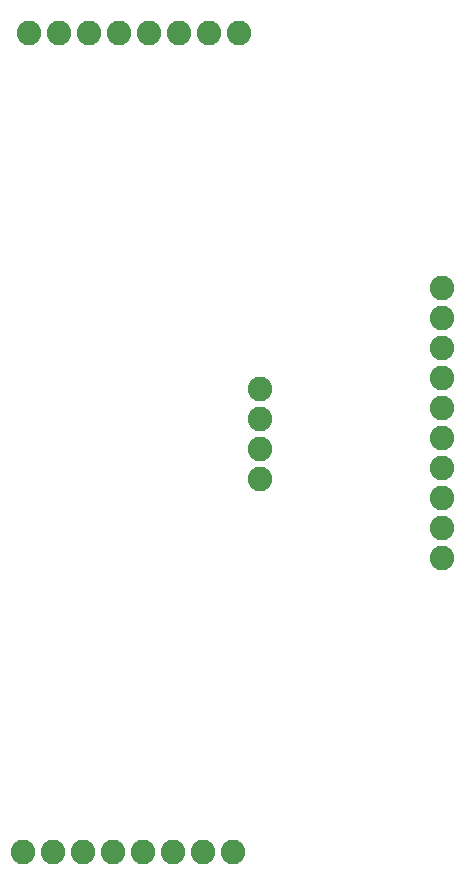
<source format=gbr>
G04 EAGLE Gerber RS-274X export*
G75*
%MOMM*%
%FSLAX34Y34*%
%LPD*%
%INSoldermask Bottom*%
%IPPOS*%
%AMOC8*
5,1,8,0,0,1.08239X$1,22.5*%
G01*
%ADD10C,2.082800*%


D10*
X469900Y794700D03*
X495300Y794700D03*
X520700Y794700D03*
X546100Y794700D03*
X571500Y794700D03*
X596900Y794700D03*
X622300Y794700D03*
X647700Y794700D03*
X820000Y350000D03*
X820000Y375400D03*
X820000Y400800D03*
X820000Y426200D03*
X820000Y451600D03*
X820000Y477000D03*
X820000Y502400D03*
X820000Y527800D03*
X820000Y553200D03*
X820000Y578600D03*
X665800Y493100D03*
X665800Y467700D03*
X665800Y442300D03*
X665800Y416900D03*
X465300Y101600D03*
X490700Y101600D03*
X516100Y101600D03*
X541500Y101600D03*
X566900Y101600D03*
X592300Y101600D03*
X617700Y101600D03*
X643100Y101600D03*
M02*

</source>
